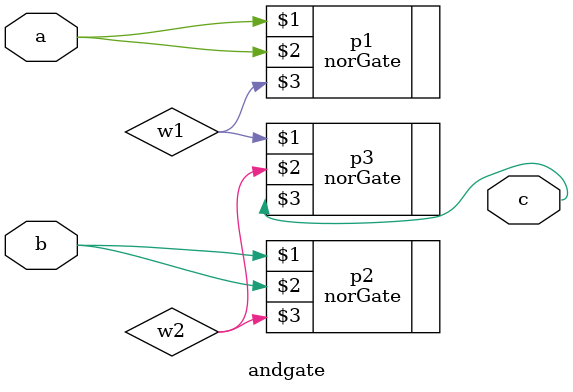
<source format=v>
`include "LogicNor.v"

module andgate(a, b, c);
    input a, b;
    output c;

    wire  w1, w2;
    
    norGate p1(a, a, w1);
    norGate p2(b, b, w2);
    norGate p3(w1, w2, c);

endmodule
</source>
